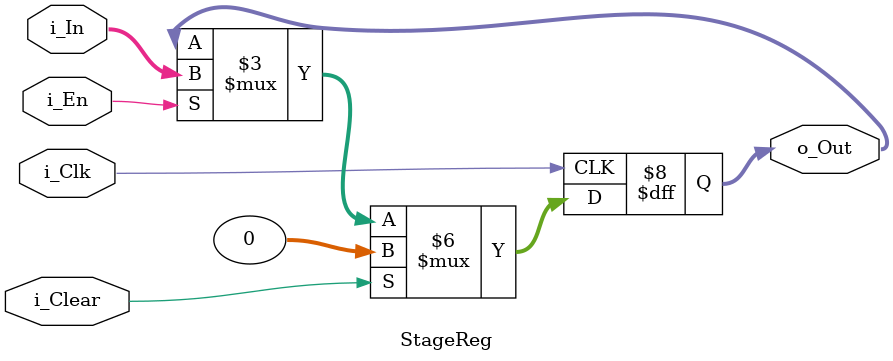
<source format=v>
`timescale 1ns / 1ps

module StageReg #(
    parameter WIDTH = 32
    )(
    input i_Clk,
    
    input i_En,
    input i_Clear,
    input [WIDTH-1:0]i_In,
    output reg [WIDTH-1:0]o_Out
    );

    initial begin
        o_Out = 0;
    end
    
    always @(posedge i_Clk) begin
        if(i_Clear)begin
            o_Out <= 0;
        end else if(i_En)begin
            o_Out <= i_In;
        end
    end
endmodule

</source>
